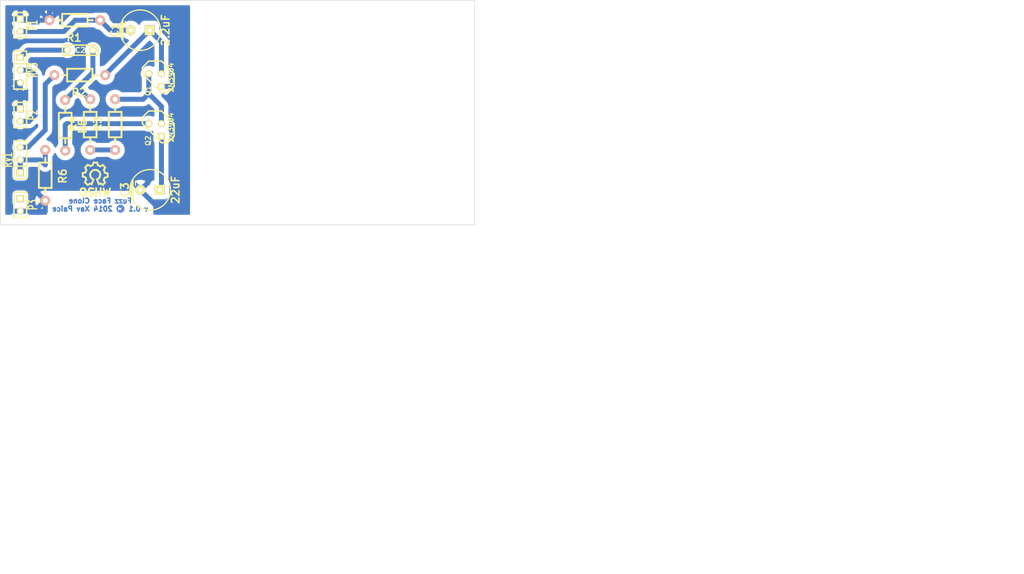
<source format=kicad_pcb>
(kicad_pcb (version 3) (host pcbnew "(2014-jan-25)-product")

  (general
    (links 25)
    (no_connects 2)
    (area 49.949999 48.24931 255.0025 165.0025)
    (thickness 1.6)
    (drawings 6)
    (tracks 67)
    (zones 0)
    (modules 17)
    (nets 12)
  )

  (page A4)
  (layers
    (15 F.Cu jumper)
    (0 B.Cu mixed)
    (16 B.Adhes user)
    (17 F.Adhes user)
    (18 B.Paste user)
    (19 F.Paste user)
    (20 B.SilkS user)
    (21 F.SilkS user)
    (22 B.Mask user)
    (23 F.Mask user)
    (24 Dwgs.User user)
    (25 Cmts.User user)
    (26 Eco1.User user)
    (27 Eco2.User user)
    (28 Edge.Cuts user)
  )

  (setup
    (last_trace_width 1)
    (trace_clearance 0.5)
    (zone_clearance 0.9)
    (zone_45_only no)
    (trace_min 0.8)
    (segment_width 0.2)
    (edge_width 0.1)
    (via_size 1.5)
    (via_drill 1)
    (via_min_size 1.2)
    (via_min_drill 1)
    (uvia_size 0.508)
    (uvia_drill 0.127)
    (uvias_allowed no)
    (uvia_min_size 0.508)
    (uvia_min_drill 0.127)
    (pcb_text_width 0.3)
    (pcb_text_size 1.5 1.5)
    (mod_edge_width 0.15)
    (mod_text_size 1 1)
    (mod_text_width 0.15)
    (pad_size 1.5 1.5)
    (pad_drill 0.6)
    (pad_to_mask_clearance 0)
    (aux_axis_origin 50 50)
    (grid_origin 50 50)
    (visible_elements FFFFF77F)
    (pcbplotparams
      (layerselection 3178497)
      (usegerberextensions true)
      (excludeedgelayer true)
      (linewidth 0.150000)
      (plotframeref false)
      (viasonmask false)
      (mode 1)
      (useauxorigin false)
      (hpglpennumber 1)
      (hpglpenspeed 20)
      (hpglpendiameter 15)
      (hpglpenoverlay 2)
      (psnegative false)
      (psa4output false)
      (plotreference true)
      (plotvalue true)
      (plotinvisibletext false)
      (padsonsilk false)
      (subtractmaskfromsilk false)
      (outputformat 1)
      (mirror false)
      (drillshape 1)
      (scaleselection 1)
      (outputdirectory ""))
  )

  (net 0 "")
  (net 1 "Net-(C1-Pad1)")
  (net 2 "Net-(C1-Pad2)")
  (net 3 "Net-(C2-Pad1)")
  (net 4 "Net-(C2-Pad2)")
  (net 5 "Net-(C3-Pad1)")
  (net 6 GND)
  (net 7 "Net-(P2-Pad2)")
  (net 8 "Net-(P3-Pad1)")
  (net 9 "Net-(R2-Pad2)")
  (net 10 "Net-(Q1-Pad3)")
  (net 11 "Net-(Q2-Pad3)")

  (net_class Default "This is the default net class."
    (clearance 0.5)
    (trace_width 1)
    (via_dia 1.5)
    (via_drill 1)
    (uvia_dia 0.508)
    (uvia_drill 0.127)
    (add_net GND)
    (add_net "Net-(C1-Pad1)")
    (add_net "Net-(C1-Pad2)")
    (add_net "Net-(C2-Pad1)")
    (add_net "Net-(C2-Pad2)")
    (add_net "Net-(C3-Pad1)")
    (add_net "Net-(P2-Pad2)")
    (add_net "Net-(P3-Pad1)")
    (add_net "Net-(Q1-Pad3)")
    (add_net "Net-(Q2-Pad3)")
    (add_net "Net-(R2-Pad2)")
  )

  (module Capacitors_ThroughHole:Capacitor8x13RM3.8 placed (layer F.Cu) (tedit 53A6666A) (tstamp 53A666D1)
    (at 78 56 90)
    (descr "Capacitor, pol, cyl 8x13mm")
    (path /53A54CEB)
    (fp_text reference C1 (at 0 -5.08 90) (layer F.SilkS)
      (effects (font (thickness 0.3048)))
    )
    (fp_text value 2.2uF (at 0 5.08 90) (layer F.SilkS)
      (effects (font (thickness 0.3048)))
    )
    (fp_line (start 2.032 -3.429) (end -2.032 -3.429) (layer F.SilkS) (width 0.254))
    (fp_line (start -2.032 -3.429) (end -1.651 -3.556) (layer F.SilkS) (width 0.254))
    (fp_line (start -1.651 -3.556) (end 1.651 -3.556) (layer F.SilkS) (width 0.254))
    (fp_line (start 1.651 -3.556) (end 2.032 -3.429) (layer F.SilkS) (width 0.254))
    (fp_circle (center 0 0) (end -4.064 0.127) (layer F.SilkS) (width 0.254))
    (fp_line (start 0.889 -2.921) (end 1.778 -2.921) (layer F.SilkS) (width 0.254))
    (fp_line (start 1.016 -3.937) (end -1.016 -3.937) (layer F.SilkS) (width 0.254))
    (fp_line (start -1.016 -3.81) (end 1.016 -3.81) (layer F.SilkS) (width 0.254))
    (fp_line (start -1.524 -3.683) (end 1.524 -3.683) (layer F.SilkS) (width 0.254))
    (pad 1 thru_hole rect (at 0 1.905 90) (size 1.99898 1.99898) (drill 0.8001) (layers *.Cu *.Mask F.SilkS)
      (net 1 "Net-(C1-Pad1)"))
    (pad 2 thru_hole circle (at 0 -1.905 90) (size 1.99898 1.99898) (drill 0.8001) (layers *.Cu *.Mask F.SilkS)
      (net 2 "Net-(C1-Pad2)"))
    (model discret/Capacitor/cp_8x13mm.wrl
      (at (xyz 0 0 0))
      (scale (xyz 1 1 1))
      (rotate (xyz 0 0 0))
    )
  )

  (module Discret:C2 placed (layer F.Cu) (tedit 53A66665) (tstamp 53A666DC)
    (at 66 60 180)
    (descr "Condensateur = 2 pas")
    (tags C)
    (path /53A54D08)
    (fp_text reference C2 (at 0 0 180) (layer F.SilkS)
      (effects (font (size 1.016 1.016) (thickness 0.2032)))
    )
    (fp_text value 0.1uF (at 0 0 180) (layer F.SilkS) hide
      (effects (font (size 1.016 1.016) (thickness 0.2032)))
    )
    (fp_line (start -3.556 -1.016) (end 3.556 -1.016) (layer F.SilkS) (width 0.3048))
    (fp_line (start 3.556 -1.016) (end 3.556 1.016) (layer F.SilkS) (width 0.3048))
    (fp_line (start 3.556 1.016) (end -3.556 1.016) (layer F.SilkS) (width 0.3048))
    (fp_line (start -3.556 1.016) (end -3.556 -1.016) (layer F.SilkS) (width 0.3048))
    (fp_line (start -3.556 -0.508) (end -3.048 -1.016) (layer F.SilkS) (width 0.3048))
    (pad 1 thru_hole circle (at -2.54 0 180) (size 1.397 1.397) (drill 0.8128) (layers *.Cu *.Mask F.SilkS)
      (net 3 "Net-(C2-Pad1)"))
    (pad 2 thru_hole circle (at 2.54 0 180) (size 1.397 1.397) (drill 0.8128) (layers *.Cu *.Mask F.SilkS)
      (net 4 "Net-(C2-Pad2)"))
    (model discret/capa_2pas_5x5mm.wrl
      (at (xyz 0 0 0))
      (scale (xyz 1 1 1))
      (rotate (xyz 0 0 0))
    )
  )

  (module Capacitors_ThroughHole:Capacitor8x21RM3.8 placed (layer F.Cu) (tedit 53A6666A) (tstamp 53A666EB)
    (at 80 88 90)
    (descr "Capacitor, pol, cyl 8x21mm")
    (path /53A55699)
    (fp_text reference C3 (at 0 -5.08 90) (layer F.SilkS)
      (effects (font (thickness 0.3048)))
    )
    (fp_text value 22uF (at 0 5.08 90) (layer F.SilkS)
      (effects (font (thickness 0.3048)))
    )
    (fp_line (start 2.032 -3.429) (end -2.032 -3.429) (layer F.SilkS) (width 0.254))
    (fp_line (start -2.032 -3.429) (end -1.651 -3.556) (layer F.SilkS) (width 0.254))
    (fp_line (start -1.651 -3.556) (end 1.651 -3.556) (layer F.SilkS) (width 0.254))
    (fp_line (start 1.651 -3.556) (end 2.032 -3.429) (layer F.SilkS) (width 0.254))
    (fp_circle (center 0 0) (end -4.064 0.127) (layer F.SilkS) (width 0.254))
    (fp_line (start 0.889 -2.921) (end 1.778 -2.921) (layer F.SilkS) (width 0.254))
    (fp_line (start 1.016 -3.937) (end -1.016 -3.937) (layer F.SilkS) (width 0.254))
    (fp_line (start -1.016 -3.81) (end 1.016 -3.81) (layer F.SilkS) (width 0.254))
    (fp_line (start -1.524 -3.683) (end 1.524 -3.683) (layer F.SilkS) (width 0.254))
    (pad 1 thru_hole rect (at 0 1.905 90) (size 1.99898 1.99898) (drill 0.8001) (layers *.Cu *.Mask F.SilkS)
      (net 5 "Net-(C3-Pad1)"))
    (pad 2 thru_hole circle (at 0 -1.905 90) (size 1.99898 1.99898) (drill 0.8001) (layers *.Cu *.Mask F.SilkS)
      (net 6 GND))
    (model discret/Capacitor/cp_8x21mm.wrl
      (at (xyz 0 0 0))
      (scale (xyz 1 1 1))
      (rotate (xyz 0 0 0))
    )
  )

  (module Connect:SIL-2 placed (layer F.Cu) (tedit 53A66667) (tstamp 53A666F5)
    (at 54 55 270)
    (descr "Connecteurs 2 pins")
    (tags "CONN DEV")
    (path /53A54FDC)
    (fp_text reference P1 (at 0 -2.54 270) (layer F.SilkS)
      (effects (font (size 1.72974 1.08712) (thickness 0.3048)))
    )
    (fp_text value CONN_2 (at 0 -2.54 270) (layer F.SilkS) hide
      (effects (font (size 1.524 1.016) (thickness 0.3048)))
    )
    (fp_line (start -2.54 1.27) (end -2.54 -1.27) (layer F.SilkS) (width 0.3048))
    (fp_line (start -2.54 -1.27) (end 2.54 -1.27) (layer F.SilkS) (width 0.3048))
    (fp_line (start 2.54 -1.27) (end 2.54 1.27) (layer F.SilkS) (width 0.3048))
    (fp_line (start 2.54 1.27) (end -2.54 1.27) (layer F.SilkS) (width 0.3048))
    (pad 1 thru_hole rect (at -1.27 0 270) (size 1.397 1.397) (drill 0.8128) (layers *.Cu *.Mask F.SilkS)
      (net 6 GND))
    (pad 2 thru_hole circle (at 1.27 0 270) (size 1.397 1.397) (drill 0.8128) (layers *.Cu *.Mask F.SilkS)
      (net 2 "Net-(C1-Pad2)"))
  )

  (module Connect:SIL-2 placed (layer F.Cu) (tedit 53A66667) (tstamp 53A666FF)
    (at 54 73 270)
    (descr "Connecteurs 2 pins")
    (tags "CONN DEV")
    (path /53A5502B)
    (fp_text reference P2 (at 0 -2.54 270) (layer F.SilkS)
      (effects (font (size 1.72974 1.08712) (thickness 0.3048)))
    )
    (fp_text value CONN_2 (at 0 -2.54 270) (layer F.SilkS) hide
      (effects (font (size 1.524 1.016) (thickness 0.3048)))
    )
    (fp_line (start -2.54 1.27) (end -2.54 -1.27) (layer F.SilkS) (width 0.3048))
    (fp_line (start -2.54 -1.27) (end 2.54 -1.27) (layer F.SilkS) (width 0.3048))
    (fp_line (start 2.54 -1.27) (end 2.54 1.27) (layer F.SilkS) (width 0.3048))
    (fp_line (start 2.54 1.27) (end -2.54 1.27) (layer F.SilkS) (width 0.3048))
    (pad 1 thru_hole rect (at -1.27 0 270) (size 1.397 1.397) (drill 0.8128) (layers *.Cu *.Mask F.SilkS)
      (net 6 GND))
    (pad 2 thru_hole circle (at 1.27 0 270) (size 1.397 1.397) (drill 0.8128) (layers *.Cu *.Mask F.SilkS)
      (net 7 "Net-(P2-Pad2)"))
  )

  (module Connect:SIL-2 placed (layer F.Cu) (tedit 53A66667) (tstamp 53A66709)
    (at 54 91 270)
    (descr "Connecteurs 2 pins")
    (tags "CONN DEV")
    (path /53A56F1B)
    (fp_text reference P3 (at 0 -2.54 270) (layer F.SilkS)
      (effects (font (size 1.72974 1.08712) (thickness 0.3048)))
    )
    (fp_text value CONN_2 (at 0 -2.54 270) (layer F.SilkS) hide
      (effects (font (size 1.524 1.016) (thickness 0.3048)))
    )
    (fp_line (start -2.54 1.27) (end -2.54 -1.27) (layer F.SilkS) (width 0.3048))
    (fp_line (start -2.54 -1.27) (end 2.54 -1.27) (layer F.SilkS) (width 0.3048))
    (fp_line (start 2.54 -1.27) (end 2.54 1.27) (layer F.SilkS) (width 0.3048))
    (fp_line (start 2.54 1.27) (end -2.54 1.27) (layer F.SilkS) (width 0.3048))
    (pad 1 thru_hole rect (at -1.27 0 270) (size 1.397 1.397) (drill 0.8128) (layers *.Cu *.Mask F.SilkS)
      (net 8 "Net-(P3-Pad1)"))
    (pad 2 thru_hole circle (at 1.27 0 270) (size 1.397 1.397) (drill 0.8128) (layers *.Cu *.Mask F.SilkS)
      (net 6 GND))
  )

  (module Resistors_ThroughHole:Resistor_Horizontal_RM10mm placed (layer F.Cu) (tedit 53A66661) (tstamp 53A66733)
    (at 65 54 180)
    (descr "Resistor, Axial,  RM 10mm, 1/3W,")
    (tags "Resistor, Axial, RM 10mm, 1/3W,")
    (path /53A54D49)
    (fp_text reference R1 (at 0.24892 -3.50012 180) (layer F.SilkS)
      (effects (font (thickness 0.3048)))
    )
    (fp_text value 1M (at 3.81 3.81 180) (layer F.SilkS) hide
      (effects (font (size 1.50114 1.50114) (thickness 0.20066)))
    )
    (fp_line (start -2.46126 0) (end -3.47726 0) (layer F.SilkS) (width 0.381))
    (fp_line (start 2.61874 0) (end 3.63474 0) (layer F.SilkS) (width 0.381))
    (fp_line (start -2.46126 -1.27) (end 2.61874 -1.27) (layer F.SilkS) (width 0.381))
    (fp_line (start 2.61874 -1.27) (end 2.61874 1.27) (layer F.SilkS) (width 0.381))
    (fp_line (start 2.61874 1.27) (end -2.46126 1.27) (layer F.SilkS) (width 0.381))
    (fp_line (start -2.46126 1.27) (end -2.46126 -1.27) (layer F.SilkS) (width 0.381))
    (pad 1 thru_hole circle (at -5.00126 0 180) (size 1.99898 1.99898) (drill 1.00076) (layers *.Cu *.SilkS *.Mask)
      (net 2 "Net-(C1-Pad2)"))
    (pad 2 thru_hole circle (at 5.15874 0 180) (size 1.99898 1.99898) (drill 1.00076) (layers *.Cu *.SilkS *.Mask)
      (net 6 GND))
  )

  (module Resistors_ThroughHole:Resistor_Horizontal_RM10mm placed (layer F.Cu) (tedit 53A66661) (tstamp 53A6673F)
    (at 66 65 180)
    (descr "Resistor, Axial,  RM 10mm, 1/3W,")
    (tags "Resistor, Axial, RM 10mm, 1/3W,")
    (path /53A54E1B)
    (fp_text reference R2 (at 0.24892 -3.50012 180) (layer F.SilkS)
      (effects (font (thickness 0.3048)))
    )
    (fp_text value 10K (at 3.81 3.81 180) (layer F.SilkS) hide
      (effects (font (size 1.50114 1.50114) (thickness 0.20066)))
    )
    (fp_line (start -2.46126 0) (end -3.47726 0) (layer F.SilkS) (width 0.381))
    (fp_line (start 2.61874 0) (end 3.63474 0) (layer F.SilkS) (width 0.381))
    (fp_line (start -2.46126 -1.27) (end 2.61874 -1.27) (layer F.SilkS) (width 0.381))
    (fp_line (start 2.61874 -1.27) (end 2.61874 1.27) (layer F.SilkS) (width 0.381))
    (fp_line (start 2.61874 1.27) (end -2.46126 1.27) (layer F.SilkS) (width 0.381))
    (fp_line (start -2.46126 1.27) (end -2.46126 -1.27) (layer F.SilkS) (width 0.381))
    (pad 1 thru_hole circle (at -5.00126 0 180) (size 1.99898 1.99898) (drill 1.00076) (layers *.Cu *.SilkS *.Mask)
      (net 1 "Net-(C1-Pad1)"))
    (pad 2 thru_hole circle (at 5.15874 0 180) (size 1.99898 1.99898) (drill 1.00076) (layers *.Cu *.SilkS *.Mask)
      (net 9 "Net-(R2-Pad2)"))
  )

  (module Resistors_ThroughHole:Resistor_Horizontal_RM10mm placed (layer F.Cu) (tedit 53A66661) (tstamp 53A6674B)
    (at 73 75 90)
    (descr "Resistor, Axial,  RM 10mm, 1/3W,")
    (tags "Resistor, Axial, RM 10mm, 1/3W,")
    (path /53A54C84)
    (fp_text reference R3 (at 0.24892 -3.50012 90) (layer F.SilkS)
      (effects (font (thickness 0.3048)))
    )
    (fp_text value 8K2 (at 3.81 3.81 90) (layer F.SilkS) hide
      (effects (font (size 1.50114 1.50114) (thickness 0.20066)))
    )
    (fp_line (start -2.46126 0) (end -3.47726 0) (layer F.SilkS) (width 0.381))
    (fp_line (start 2.61874 0) (end 3.63474 0) (layer F.SilkS) (width 0.381))
    (fp_line (start -2.46126 -1.27) (end 2.61874 -1.27) (layer F.SilkS) (width 0.381))
    (fp_line (start 2.61874 -1.27) (end 2.61874 1.27) (layer F.SilkS) (width 0.381))
    (fp_line (start 2.61874 1.27) (end -2.46126 1.27) (layer F.SilkS) (width 0.381))
    (fp_line (start -2.46126 1.27) (end -2.46126 -1.27) (layer F.SilkS) (width 0.381))
    (pad 1 thru_hole circle (at -5.00126 0 90) (size 1.99898 1.99898) (drill 1.00076) (layers *.Cu *.SilkS *.Mask)
      (net 8 "Net-(P3-Pad1)"))
    (pad 2 thru_hole circle (at 5.15874 0 90) (size 1.99898 1.99898) (drill 1.00076) (layers *.Cu *.SilkS *.Mask)
      (net 10 "Net-(Q1-Pad3)"))
  )

  (module Resistors_ThroughHole:Resistor_Horizontal_RM10mm placed (layer F.Cu) (tedit 53A66661) (tstamp 53A66757)
    (at 68 75 90)
    (descr "Resistor, Axial,  RM 10mm, 1/3W,")
    (tags "Resistor, Axial, RM 10mm, 1/3W,")
    (path /53A54D17)
    (fp_text reference R4 (at 0.24892 -3.50012 90) (layer F.SilkS)
      (effects (font (thickness 0.3048)))
    )
    (fp_text value 820 (at 3.81 3.81 90) (layer F.SilkS) hide
      (effects (font (size 1.50114 1.50114) (thickness 0.20066)))
    )
    (fp_line (start -2.46126 0) (end -3.47726 0) (layer F.SilkS) (width 0.381))
    (fp_line (start 2.61874 0) (end 3.63474 0) (layer F.SilkS) (width 0.381))
    (fp_line (start -2.46126 -1.27) (end 2.61874 -1.27) (layer F.SilkS) (width 0.381))
    (fp_line (start 2.61874 -1.27) (end 2.61874 1.27) (layer F.SilkS) (width 0.381))
    (fp_line (start 2.61874 1.27) (end -2.46126 1.27) (layer F.SilkS) (width 0.381))
    (fp_line (start -2.46126 1.27) (end -2.46126 -1.27) (layer F.SilkS) (width 0.381))
    (pad 1 thru_hole circle (at -5.00126 0 90) (size 1.99898 1.99898) (drill 1.00076) (layers *.Cu *.SilkS *.Mask)
      (net 8 "Net-(P3-Pad1)"))
    (pad 2 thru_hole circle (at 5.15874 0 90) (size 1.99898 1.99898) (drill 1.00076) (layers *.Cu *.SilkS *.Mask)
      (net 3 "Net-(C2-Pad1)"))
  )

  (module Resistors_ThroughHole:Resistor_Horizontal_RM10mm placed (layer F.Cu) (tedit 53A66661) (tstamp 53A66763)
    (at 63 75 270)
    (descr "Resistor, Axial,  RM 10mm, 1/3W,")
    (tags "Resistor, Axial, RM 10mm, 1/3W,")
    (path /53A54C93)
    (fp_text reference R5 (at 0.24892 -3.50012 270) (layer F.SilkS)
      (effects (font (thickness 0.3048)))
    )
    (fp_text value 15K (at 3.81 3.81 270) (layer F.SilkS) hide
      (effects (font (size 1.50114 1.50114) (thickness 0.20066)))
    )
    (fp_line (start -2.46126 0) (end -3.47726 0) (layer F.SilkS) (width 0.381))
    (fp_line (start 2.61874 0) (end 3.63474 0) (layer F.SilkS) (width 0.381))
    (fp_line (start -2.46126 -1.27) (end 2.61874 -1.27) (layer F.SilkS) (width 0.381))
    (fp_line (start 2.61874 -1.27) (end 2.61874 1.27) (layer F.SilkS) (width 0.381))
    (fp_line (start 2.61874 1.27) (end -2.46126 1.27) (layer F.SilkS) (width 0.381))
    (fp_line (start -2.46126 1.27) (end -2.46126 -1.27) (layer F.SilkS) (width 0.381))
    (pad 1 thru_hole circle (at -5.00126 0 270) (size 1.99898 1.99898) (drill 1.00076) (layers *.Cu *.SilkS *.Mask)
      (net 3 "Net-(C2-Pad1)"))
    (pad 2 thru_hole circle (at 5.15874 0 270) (size 1.99898 1.99898) (drill 1.00076) (layers *.Cu *.SilkS *.Mask)
      (net 11 "Net-(Q2-Pad3)"))
  )

  (module Resistors_ThroughHole:Resistor_Horizontal_RM10mm placed (layer F.Cu) (tedit 53A66661) (tstamp 53A6676F)
    (at 59 85 270)
    (descr "Resistor, Axial,  RM 10mm, 1/3W,")
    (tags "Resistor, Axial, RM 10mm, 1/3W,")
    (path /53A55B77)
    (fp_text reference R6 (at 0.24892 -3.50012 270) (layer F.SilkS)
      (effects (font (thickness 0.3048)))
    )
    (fp_text value 5K (at 3.81 3.81 270) (layer F.SilkS) hide
      (effects (font (size 1.50114 1.50114) (thickness 0.20066)))
    )
    (fp_line (start -2.46126 0) (end -3.47726 0) (layer F.SilkS) (width 0.381))
    (fp_line (start 2.61874 0) (end 3.63474 0) (layer F.SilkS) (width 0.381))
    (fp_line (start -2.46126 -1.27) (end 2.61874 -1.27) (layer F.SilkS) (width 0.381))
    (fp_line (start 2.61874 -1.27) (end 2.61874 1.27) (layer F.SilkS) (width 0.381))
    (fp_line (start 2.61874 1.27) (end -2.46126 1.27) (layer F.SilkS) (width 0.381))
    (fp_line (start -2.46126 1.27) (end -2.46126 -1.27) (layer F.SilkS) (width 0.381))
    (pad 1 thru_hole circle (at -5.00126 0 270) (size 1.99898 1.99898) (drill 1.00076) (layers *.Cu *.SilkS *.Mask)
      (net 5 "Net-(C3-Pad1)"))
    (pad 2 thru_hole circle (at 5.15874 0 270) (size 1.99898 1.99898) (drill 1.00076) (layers *.Cu *.SilkS *.Mask)
      (net 6 GND))
  )

  (module Connect:SIL-3 placed (layer F.Cu) (tedit 53A66667) (tstamp 53A6677B)
    (at 54 82 90)
    (descr "Connecteur 3 pins")
    (tags "CONN DEV")
    (path /53A54CD1)
    (fp_text reference RV1 (at 0 -2.54 90) (layer F.SilkS)
      (effects (font (size 1.7907 1.07696) (thickness 0.3048)))
    )
    (fp_text value B100K (at 0 -2.54 90) (layer F.SilkS) hide
      (effects (font (size 1.524 1.016) (thickness 0.3048)))
    )
    (fp_line (start -3.81 1.27) (end -3.81 -1.27) (layer F.SilkS) (width 0.3048))
    (fp_line (start -3.81 -1.27) (end 3.81 -1.27) (layer F.SilkS) (width 0.3048))
    (fp_line (start 3.81 -1.27) (end 3.81 1.27) (layer F.SilkS) (width 0.3048))
    (fp_line (start 3.81 1.27) (end -3.81 1.27) (layer F.SilkS) (width 0.3048))
    (fp_line (start -1.27 -1.27) (end -1.27 1.27) (layer F.SilkS) (width 0.3048))
    (pad 1 thru_hole rect (at -2.54 0 90) (size 1.397 1.397) (drill 0.8128) (layers *.Cu *.Mask F.SilkS)
      (net 5 "Net-(C3-Pad1)"))
    (pad 2 thru_hole circle (at 0 0 90) (size 1.397 1.397) (drill 0.8128) (layers *.Cu *.Mask F.SilkS)
      (net 5 "Net-(C3-Pad1)"))
    (pad 3 thru_hole circle (at 2.54 0 90) (size 1.397 1.397) (drill 0.8128) (layers *.Cu *.Mask F.SilkS)
      (net 9 "Net-(R2-Pad2)"))
  )

  (module Connect:SIL-3 placed (layer F.Cu) (tedit 53A66667) (tstamp 53A66787)
    (at 54 64 270)
    (descr "Connecteur 3 pins")
    (tags "CONN DEV")
    (path /53A54D2B)
    (fp_text reference RV3 (at 0 -2.54 270) (layer F.SilkS)
      (effects (font (size 1.7907 1.07696) (thickness 0.3048)))
    )
    (fp_text value A1M (at 0 -2.54 270) (layer F.SilkS) hide
      (effects (font (size 1.524 1.016) (thickness 0.3048)))
    )
    (fp_line (start -3.81 1.27) (end -3.81 -1.27) (layer F.SilkS) (width 0.3048))
    (fp_line (start -3.81 -1.27) (end 3.81 -1.27) (layer F.SilkS) (width 0.3048))
    (fp_line (start 3.81 -1.27) (end 3.81 1.27) (layer F.SilkS) (width 0.3048))
    (fp_line (start 3.81 1.27) (end -3.81 1.27) (layer F.SilkS) (width 0.3048))
    (fp_line (start -1.27 -1.27) (end -1.27 1.27) (layer F.SilkS) (width 0.3048))
    (pad 1 thru_hole rect (at -2.54 0 270) (size 1.397 1.397) (drill 0.8128) (layers *.Cu *.Mask F.SilkS)
      (net 4 "Net-(C2-Pad2)"))
    (pad 2 thru_hole circle (at 0 0 270) (size 1.397 1.397) (drill 0.8128) (layers *.Cu *.Mask F.SilkS)
      (net 7 "Net-(P2-Pad2)"))
    (pad 3 thru_hole circle (at 2.54 0 270) (size 1.397 1.397) (drill 0.8128) (layers *.Cu *.Mask F.SilkS)
      (net 6 GND))
  )

  (module Xav:TO92-EBC placed (layer F.Cu) (tedit 53A67E33) (tstamp 53A6813F)
    (at 81 66 270)
    (descr "Transistor TO92 brochage type BC237")
    (tags "TR TO92")
    (path /53A54C4E)
    (fp_text reference Q1 (at 2.159 1.397 270) (layer F.SilkS)
      (effects (font (size 1.016 1.016) (thickness 0.2032)))
    )
    (fp_text value 2N3904 (at -0.508 -3.175 270) (layer F.SilkS)
      (effects (font (size 1.016 1.016) (thickness 0.2032)))
    )
    (fp_line (start -1.27 2.54) (end 2.54 -1.27) (layer F.SilkS) (width 0.3048))
    (fp_line (start 2.54 -1.27) (end 2.54 -2.54) (layer F.SilkS) (width 0.3048))
    (fp_line (start 2.54 -2.54) (end 1.27 -3.81) (layer F.SilkS) (width 0.3048))
    (fp_line (start 1.27 -3.81) (end -1.27 -3.81) (layer F.SilkS) (width 0.3048))
    (fp_line (start -1.27 -3.81) (end -3.81 -1.27) (layer F.SilkS) (width 0.3048))
    (fp_line (start -3.81 -1.27) (end -3.81 1.27) (layer F.SilkS) (width 0.3048))
    (fp_line (start -3.81 1.27) (end -2.54 2.54) (layer F.SilkS) (width 0.3048))
    (fp_line (start -2.54 2.54) (end -1.27 2.54) (layer F.SilkS) (width 0.3048))
    (pad 1 thru_hole rect (at 1.27 -1.27 270) (size 1.397 1.397) (drill 0.8128) (layers *.Cu *.Mask F.SilkS)
      (net 6 GND))
    (pad 2 thru_hole circle (at -1.27 -1.27 270) (size 1.397 1.397) (drill 0.8128) (layers *.Cu *.Mask F.SilkS)
      (net 1 "Net-(C1-Pad1)"))
    (pad 3 thru_hole circle (at -1.27 1.27 270) (size 1.397 1.397) (drill 0.8128) (layers *.Cu *.Mask F.SilkS)
      (net 10 "Net-(Q1-Pad3)"))
    (model discret/to98.wrl
      (at (xyz 0 0 0))
      (scale (xyz 1 1 1))
      (rotate (xyz 0 0 0))
    )
  )

  (module Xav:TO92-EBC placed (layer F.Cu) (tedit 53A67E33) (tstamp 53A6A577)
    (at 81 76 270)
    (descr "Transistor TO92 brochage type BC237")
    (tags "TR TO92")
    (path /53A54C5D)
    (fp_text reference Q2 (at 2.159 1.397 270) (layer F.SilkS)
      (effects (font (size 1.016 1.016) (thickness 0.2032)))
    )
    (fp_text value 2N3904 (at -0.508 -3.175 270) (layer F.SilkS)
      (effects (font (size 1.016 1.016) (thickness 0.2032)))
    )
    (fp_line (start -1.27 2.54) (end 2.54 -1.27) (layer F.SilkS) (width 0.3048))
    (fp_line (start 2.54 -1.27) (end 2.54 -2.54) (layer F.SilkS) (width 0.3048))
    (fp_line (start 2.54 -2.54) (end 1.27 -3.81) (layer F.SilkS) (width 0.3048))
    (fp_line (start 1.27 -3.81) (end -1.27 -3.81) (layer F.SilkS) (width 0.3048))
    (fp_line (start -1.27 -3.81) (end -3.81 -1.27) (layer F.SilkS) (width 0.3048))
    (fp_line (start -3.81 -1.27) (end -3.81 1.27) (layer F.SilkS) (width 0.3048))
    (fp_line (start -3.81 1.27) (end -2.54 2.54) (layer F.SilkS) (width 0.3048))
    (fp_line (start -2.54 2.54) (end -1.27 2.54) (layer F.SilkS) (width 0.3048))
    (pad 1 thru_hole rect (at 1.27 -1.27 270) (size 1.397 1.397) (drill 0.8128) (layers *.Cu *.Mask F.SilkS)
      (net 5 "Net-(C3-Pad1)"))
    (pad 2 thru_hole circle (at -1.27 -1.27 270) (size 1.397 1.397) (drill 0.8128) (layers *.Cu *.Mask F.SilkS)
      (net 10 "Net-(Q1-Pad3)"))
    (pad 3 thru_hole circle (at -1.27 1.27 270) (size 1.397 1.397) (drill 0.8128) (layers *.Cu *.Mask F.SilkS)
      (net 11 "Net-(Q2-Pad3)"))
    (model discret/to98.wrl
      (at (xyz 0 0 0))
      (scale (xyz 1 1 1))
      (rotate (xyz 0 0 0))
    )
  )

  (module Symbols:Symbol_OSHW-Logo_SilkScreen (layer F.Cu) (tedit 53A6B15A) (tstamp 53A6B1FE)
    (at 69 85)
    (descr "Symbol, OSHW-Logo, Silk Screen,")
    (tags "Symbol, OSHW-Logo, Silk Screen,")
    (fp_text reference SYM (at 0.09906 -4.38912) (layer F.SilkS) hide
      (effects (font (thickness 0.3048)))
    )
    (fp_text value Symbol_OSHW-Logo_SilkScreen_07Jul2012 (at 0.30988 6.56082) (layer F.SilkS) hide
      (effects (font (thickness 0.3048)))
    )
    (fp_line (start 1.66878 2.68986) (end 2.02946 4.16052) (layer F.SilkS) (width 0.381))
    (fp_line (start 2.02946 4.16052) (end 2.30886 3.0988) (layer F.SilkS) (width 0.381))
    (fp_line (start 2.30886 3.0988) (end 2.61874 4.17068) (layer F.SilkS) (width 0.381))
    (fp_line (start 2.61874 4.17068) (end 2.9591 2.72034) (layer F.SilkS) (width 0.381))
    (fp_line (start 0.24892 3.38074) (end 1.03886 3.37058) (layer F.SilkS) (width 0.381))
    (fp_line (start 1.03886 3.37058) (end 1.04902 3.38074) (layer F.SilkS) (width 0.381))
    (fp_line (start 1.04902 3.38074) (end 1.04902 3.37058) (layer F.SilkS) (width 0.381))
    (fp_line (start 1.08966 2.65938) (end 1.08966 4.20116) (layer F.SilkS) (width 0.381))
    (fp_line (start 0.20066 2.64922) (end 0.20066 4.21894) (layer F.SilkS) (width 0.381))
    (fp_line (start 0.20066 4.21894) (end 0.21082 4.20878) (layer F.SilkS) (width 0.381))
    (fp_line (start -0.35052 2.75082) (end -0.70104 2.66954) (layer F.SilkS) (width 0.381))
    (fp_line (start -0.70104 2.66954) (end -1.02108 2.65938) (layer F.SilkS) (width 0.381))
    (fp_line (start -1.02108 2.65938) (end -1.25984 2.86004) (layer F.SilkS) (width 0.381))
    (fp_line (start -1.25984 2.86004) (end -1.29032 3.12928) (layer F.SilkS) (width 0.381))
    (fp_line (start -1.29032 3.12928) (end -1.04902 3.37058) (layer F.SilkS) (width 0.381))
    (fp_line (start -1.04902 3.37058) (end -0.6604 3.50012) (layer F.SilkS) (width 0.381))
    (fp_line (start -0.6604 3.50012) (end -0.48006 3.66014) (layer F.SilkS) (width 0.381))
    (fp_line (start -0.48006 3.66014) (end -0.43942 3.95986) (layer F.SilkS) (width 0.381))
    (fp_line (start -0.43942 3.95986) (end -0.67056 4.18084) (layer F.SilkS) (width 0.381))
    (fp_line (start -0.67056 4.18084) (end -0.9906 4.20878) (layer F.SilkS) (width 0.381))
    (fp_line (start -0.9906 4.20878) (end -1.34112 4.09956) (layer F.SilkS) (width 0.381))
    (fp_line (start -2.37998 2.64922) (end -2.6289 2.66954) (layer F.SilkS) (width 0.381))
    (fp_line (start -2.6289 2.66954) (end -2.8702 2.91084) (layer F.SilkS) (width 0.381))
    (fp_line (start -2.8702 2.91084) (end -2.9591 3.40106) (layer F.SilkS) (width 0.381))
    (fp_line (start -2.9591 3.40106) (end -2.93116 3.74904) (layer F.SilkS) (width 0.381))
    (fp_line (start -2.93116 3.74904) (end -2.7305 4.06908) (layer F.SilkS) (width 0.381))
    (fp_line (start -2.7305 4.06908) (end -2.47904 4.191) (layer F.SilkS) (width 0.381))
    (fp_line (start -2.47904 4.191) (end -2.16916 4.11988) (layer F.SilkS) (width 0.381))
    (fp_line (start -2.16916 4.11988) (end -1.95072 3.93954) (layer F.SilkS) (width 0.381))
    (fp_line (start -1.95072 3.93954) (end -1.8796 3.4798) (layer F.SilkS) (width 0.381))
    (fp_line (start -1.8796 3.4798) (end -1.9304 3.07086) (layer F.SilkS) (width 0.381))
    (fp_line (start -1.9304 3.07086) (end -2.03962 2.78892) (layer F.SilkS) (width 0.381))
    (fp_line (start -2.03962 2.78892) (end -2.4003 2.65938) (layer F.SilkS) (width 0.381))
    (fp_line (start -1.78054 0.92964) (end -2.03962 1.49098) (layer F.SilkS) (width 0.381))
    (fp_line (start -2.03962 1.49098) (end -1.50114 2.00914) (layer F.SilkS) (width 0.381))
    (fp_line (start -1.50114 2.00914) (end -0.98044 1.7399) (layer F.SilkS) (width 0.381))
    (fp_line (start -0.98044 1.7399) (end -0.70104 1.89992) (layer F.SilkS) (width 0.381))
    (fp_line (start 0.73914 1.8796) (end 1.06934 1.6891) (layer F.SilkS) (width 0.381))
    (fp_line (start 1.06934 1.6891) (end 1.50876 2.0193) (layer F.SilkS) (width 0.381))
    (fp_line (start 1.50876 2.0193) (end 1.9812 1.52908) (layer F.SilkS) (width 0.381))
    (fp_line (start 1.9812 1.52908) (end 1.69926 1.04902) (layer F.SilkS) (width 0.381))
    (fp_line (start 1.69926 1.04902) (end 1.88976 0.57912) (layer F.SilkS) (width 0.381))
    (fp_line (start 1.88976 0.57912) (end 2.49936 0.39116) (layer F.SilkS) (width 0.381))
    (fp_line (start 2.49936 0.39116) (end 2.49936 -0.28956) (layer F.SilkS) (width 0.381))
    (fp_line (start 2.49936 -0.28956) (end 1.94056 -0.42926) (layer F.SilkS) (width 0.381))
    (fp_line (start 1.94056 -0.42926) (end 1.7399 -1.00076) (layer F.SilkS) (width 0.381))
    (fp_line (start 1.7399 -1.00076) (end 2.00914 -1.47066) (layer F.SilkS) (width 0.381))
    (fp_line (start 2.00914 -1.47066) (end 1.53924 -1.9812) (layer F.SilkS) (width 0.381))
    (fp_line (start 1.53924 -1.9812) (end 1.02108 -1.71958) (layer F.SilkS) (width 0.381))
    (fp_line (start 1.02108 -1.71958) (end 0.55118 -1.92024) (layer F.SilkS) (width 0.381))
    (fp_line (start 0.55118 -1.92024) (end 0.381 -2.46126) (layer F.SilkS) (width 0.381))
    (fp_line (start 0.381 -2.46126) (end -0.30988 -2.47904) (layer F.SilkS) (width 0.381))
    (fp_line (start -0.30988 -2.47904) (end -0.5207 -1.9304) (layer F.SilkS) (width 0.381))
    (fp_line (start -0.5207 -1.9304) (end -0.9398 -1.76022) (layer F.SilkS) (width 0.381))
    (fp_line (start -0.9398 -1.76022) (end -1.49098 -2.02946) (layer F.SilkS) (width 0.381))
    (fp_line (start -1.49098 -2.02946) (end -2.00914 -1.50114) (layer F.SilkS) (width 0.381))
    (fp_line (start -2.00914 -1.50114) (end -1.76022 -0.96012) (layer F.SilkS) (width 0.381))
    (fp_line (start -1.76022 -0.96012) (end -1.9304 -0.48006) (layer F.SilkS) (width 0.381))
    (fp_line (start -1.9304 -0.48006) (end -2.47904 -0.381) (layer F.SilkS) (width 0.381))
    (fp_line (start -2.47904 -0.381) (end -2.4892 0.32004) (layer F.SilkS) (width 0.381))
    (fp_line (start -2.4892 0.32004) (end -1.9304 0.5207) (layer F.SilkS) (width 0.381))
    (fp_line (start -1.9304 0.5207) (end -1.7907 0.91948) (layer F.SilkS) (width 0.381))
    (fp_line (start 0.35052 0.89916) (end 0.65024 0.7493) (layer F.SilkS) (width 0.381))
    (fp_line (start 0.65024 0.7493) (end 0.8509 0.55118) (layer F.SilkS) (width 0.381))
    (fp_line (start 0.8509 0.55118) (end 1.00076 0.14986) (layer F.SilkS) (width 0.381))
    (fp_line (start 1.00076 0.14986) (end 1.00076 -0.24892) (layer F.SilkS) (width 0.381))
    (fp_line (start 1.00076 -0.24892) (end 0.8509 -0.59944) (layer F.SilkS) (width 0.381))
    (fp_line (start 0.8509 -0.59944) (end 0.39878 -0.94996) (layer F.SilkS) (width 0.381))
    (fp_line (start 0.39878 -0.94996) (end -0.0508 -1.00076) (layer F.SilkS) (width 0.381))
    (fp_line (start -0.0508 -1.00076) (end -0.44958 -0.89916) (layer F.SilkS) (width 0.381))
    (fp_line (start -0.44958 -0.89916) (end -0.8509 -0.55118) (layer F.SilkS) (width 0.381))
    (fp_line (start -0.8509 -0.55118) (end -1.00076 -0.09906) (layer F.SilkS) (width 0.381))
    (fp_line (start -1.00076 -0.09906) (end -0.94996 0.39878) (layer F.SilkS) (width 0.381))
    (fp_line (start -0.94996 0.39878) (end -0.70104 0.70104) (layer F.SilkS) (width 0.381))
    (fp_line (start -0.70104 0.70104) (end -0.35052 0.89916) (layer F.SilkS) (width 0.381))
    (fp_line (start -0.35052 0.89916) (end -0.70104 1.89992) (layer F.SilkS) (width 0.381))
    (fp_line (start 0.35052 0.89916) (end 0.7493 1.89992) (layer F.SilkS) (width 0.381))
  )

  (gr_text "Fuzz Face Clone\nv 0.1 © 2014 Xav Paice" (at 70 91) (layer B.Cu)
    (effects (font (size 1 1) (thickness 0.25)) (justify mirror))
  )
  (gr_line (start 50 95) (end 50 50) (angle 90) (layer Edge.Cuts) (width 0.1))
  (gr_line (start 145 95) (end 50 95) (angle 90) (layer Edge.Cuts) (width 0.1))
  (gr_line (start 145 50) (end 145 95) (angle 90) (layer Edge.Cuts) (width 0.1))
  (gr_line (start 50 50) (end 145 50) (angle 90) (layer Edge.Cuts) (width 0.1))
  (target plus (at 255 165) (size 0.005) (width 0.1) (layer Edge.Cuts))

  (segment (start 71.00126 65) (end 71.00126 64.90374) (width 1) (layer B.Cu) (net 1) (status 30))
  (segment (start 71.00126 64.90374) (end 79.905 56) (width 1) (layer B.Cu) (net 1) (tstamp 53A6AC28) (status 30))
  (segment (start 82.27 64.73) (end 82.27 58.365) (width 1) (layer B.Cu) (net 1) (status 10))
  (segment (start 82.27 58.365) (end 79.905 56) (width 1) (layer B.Cu) (net 1) (tstamp 53A6AC25) (status 20))
  (segment (start 70.00126 54) (end 65 54) (width 1) (layer B.Cu) (net 2) (status 10))
  (segment (start 62.73 56.27) (end 54 56.27) (width 1) (layer B.Cu) (net 2) (tstamp 53A6AC2F) (status 20))
  (segment (start 65 54) (end 62.73 56.27) (width 1) (layer B.Cu) (net 2) (tstamp 53A6AC2E))
  (segment (start 76.095 56) (end 72.00126 56) (width 1) (layer B.Cu) (net 2) (status 10))
  (segment (start 72.00126 56) (end 70.00126 54) (width 1) (layer B.Cu) (net 2) (tstamp 53A6AC2B) (status 20))
  (segment (start 68 69.84126) (end 67.84126 69.84126) (width 1) (layer B.Cu) (net 3) (status 30))
  (segment (start 67.84126 69.84126) (end 65.49937 67.49937) (width 1) (layer B.Cu) (net 3) (tstamp 53A6AC39) (status 10))
  (segment (start 68.54 60) (end 68.54 64.45874) (width 1) (layer B.Cu) (net 3) (status 10))
  (segment (start 68.54 64.45874) (end 65.49937 67.49937) (width 1) (layer B.Cu) (net 3) (tstamp 53A6AC35))
  (segment (start 65.49937 67.49937) (end 63 69.99874) (width 1) (layer B.Cu) (net 3) (tstamp 53A6AC3C) (status 20))
  (segment (start 63.46 60) (end 55.46 60) (width 1) (layer B.Cu) (net 4) (status 10))
  (segment (start 55.46 60) (end 54 61.46) (width 1) (layer B.Cu) (net 4) (tstamp 53A6AC32) (status 20))
  (segment (start 59 79.99874) (end 59 83) (width 1) (layer B.Cu) (net 5) (status 10))
  (segment (start 58 82) (end 54 82) (width 1) (layer B.Cu) (net 5) (tstamp 53A6AC7C) (status 20))
  (segment (start 59 83) (end 58 82) (width 1) (layer B.Cu) (net 5) (tstamp 53A6AC7B))
  (segment (start 82.27 77.27) (end 82.27 87.635) (width 1) (layer B.Cu) (net 5) (status 30))
  (segment (start 82.27 87.635) (end 81.905 88) (width 1) (layer B.Cu) (net 5) (tstamp 53A6AC1E) (status 30))
  (segment (start 54 82) (end 54 84.54) (width 1) (layer B.Cu) (net 5) (status 30))
  (segment (start 81 91) (end 86 91) (width 1) (layer B.Cu) (net 6))
  (segment (start 78.095 88.095) (end 81 91) (width 1) (layer B.Cu) (net 6) (tstamp 53A6B370))
  (segment (start 87 90) (end 87 67.54) (width 1) (layer B.Cu) (net 6) (tstamp 53A6B382))
  (segment (start 86 91) (end 87 90) (width 1) (layer B.Cu) (net 6) (tstamp 53A6B37F))
  (segment (start 78.095 88) (end 78.095 88.095) (width 1) (layer B.Cu) (net 6))
  (segment (start 54 92.27) (end 52.67 92.27) (width 1) (layer B.Cu) (net 6))
  (segment (start 52.37 71.73) (end 54 71.73) (width 1) (layer B.Cu) (net 6) (tstamp 53A6AF27))
  (segment (start 51.9 72.2) (end 52.37 71.73) (width 1) (layer B.Cu) (net 6) (tstamp 53A6AF24))
  (segment (start 51.9 91.5) (end 51.9 72.2) (width 1) (layer B.Cu) (net 6) (tstamp 53A6AF1E))
  (segment (start 52.67 92.27) (end 51.9 91.5) (width 1) (layer B.Cu) (net 6) (tstamp 53A6AF1C))
  (segment (start 54 71.73) (end 54 66.54) (width 1) (layer B.Cu) (net 6))
  (segment (start 54 53.73) (end 52.37 53.73) (width 1) (layer B.Cu) (net 6))
  (segment (start 52.34 66.54) (end 54 66.54) (width 1) (layer B.Cu) (net 6) (tstamp 53A6AF12))
  (segment (start 51.7 65.9) (end 52.34 66.54) (width 1) (layer B.Cu) (net 6) (tstamp 53A6AF0E))
  (segment (start 51.7 54.4) (end 51.7 65.9) (width 1) (layer B.Cu) (net 6) (tstamp 53A6AF05))
  (segment (start 52.37 53.73) (end 51.7 54.4) (width 1) (layer B.Cu) (net 6) (tstamp 53A6AF03))
  (segment (start 59 90.15874) (end 59 92.27) (width 1) (layer B.Cu) (net 6) (status 10))
  (segment (start 59.84126 54) (end 59.84126 52.15874) (width 1) (layer B.Cu) (net 6) (status 10))
  (segment (start 87 65) (end 87 67.54) (width 1) (layer B.Cu) (net 6) (tstamp 53A6AD6D))
  (segment (start 87 52) (end 87 65) (width 1) (layer B.Cu) (net 6) (tstamp 53A6AC0F))
  (segment (start 60 52) (end 87 52) (width 1) (layer B.Cu) (net 6) (tstamp 53A6AC0E))
  (segment (start 59.84126 52.15874) (end 60 52) (width 1) (layer B.Cu) (net 6) (tstamp 53A6AC0D))
  (segment (start 86.73 67.27) (end 87 67.54) (width 1) (layer B.Cu) (net 6) (tstamp 53A6AC02))
  (segment (start 82.27 67.27) (end 86.73 67.27) (width 1) (layer B.Cu) (net 6) (status 10))
  (segment (start 59.84126 54) (end 54.27 54) (width 1) (layer B.Cu) (net 6) (status 30))
  (segment (start 54.27 54) (end 54 53.73) (width 1) (layer B.Cu) (net 6) (tstamp 53A6AC0A) (status 30))
  (segment (start 54 92.27) (end 59 92.27) (width 1) (layer B.Cu) (net 6) (status 10))
  (segment (start 54 74.27) (end 55.73 74.27) (width 1) (layer B.Cu) (net 7) (status 10))
  (segment (start 56 64) (end 54 64) (width 1) (layer B.Cu) (net 7) (tstamp 53A6AC5D) (status 20))
  (segment (start 57 65) (end 56 64) (width 1) (layer B.Cu) (net 7) (tstamp 53A6AC5C))
  (segment (start 57 73) (end 57 65) (width 1) (layer B.Cu) (net 7) (tstamp 53A6AC5B))
  (segment (start 55.73 74.27) (end 57 73) (width 1) (layer B.Cu) (net 7) (tstamp 53A6AC5A))
  (segment (start 68 80.00126) (end 73 80.00126) (width 1) (layer B.Cu) (net 8) (status 30))
  (segment (start 54 79.46) (end 55.54 79.46) (width 1) (layer B.Cu) (net 9) (status 10))
  (segment (start 59 66.84126) (end 60.84126 65) (width 1) (layer B.Cu) (net 9) (tstamp 53A6AC57) (status 20))
  (segment (start 59 76) (end 59 66.84126) (width 1) (layer B.Cu) (net 9) (tstamp 53A6AC56))
  (segment (start 55.54 79.46) (end 59 76) (width 1) (layer B.Cu) (net 9) (tstamp 53A6AC55))
  (segment (start 73 69.84126) (end 78.61874 69.84126) (width 1) (layer B.Cu) (net 10) (status 10))
  (segment (start 78.61874 69.84126) (end 79.73 68.73) (width 1) (layer B.Cu) (net 10) (tstamp 53A6AC3E))
  (segment (start 82.27 74.73) (end 82.27 71.27) (width 1) (layer B.Cu) (net 10) (status 10))
  (segment (start 79.73 68.73) (end 79.73 64.73) (width 1) (layer B.Cu) (net 10) (tstamp 53A6AC22) (status 20))
  (segment (start 82.27 71.27) (end 79.73 68.73) (width 1) (layer B.Cu) (net 10) (tstamp 53A6AC21))
  (segment (start 79.73 74.73) (end 63.27 74.73) (width 1) (layer B.Cu) (net 11) (status 10))
  (segment (start 63 75) (end 63 80.15874) (width 1) (layer B.Cu) (net 11) (tstamp 53A6AC42) (status 20))
  (segment (start 63.27 74.73) (end 63 75) (width 1) (layer B.Cu) (net 11) (tstamp 53A6AC41))

  (zone (net 6) (net_name GND) (layer B.Cu) (tstamp 53A6AF9F) (hatch edge 0.508)
    (connect_pads (clearance 0.9))
    (min_thickness 0.5)
    (fill yes (arc_segments 16) (thermal_gap 1) (thermal_bridge_width 1) (smoothing chamfer))
    (polygon
      (pts
        (xy 88 93) (xy 51 93) (xy 51 51) (xy 88 51)
      )
    )
    (filled_polygon
      (pts
        (xy 54.367695 92.284142) (xy 54.014142 92.637695) (xy 54 92.623553) (xy 53.985857 92.637695) (xy 53.632304 92.284142)
        (xy 53.646447 92.27) (xy 53.632304 92.255857) (xy 53.985857 91.902304) (xy 54 91.916447) (xy 54.014142 91.902304)
        (xy 54.367695 92.255857) (xy 54.353553 92.27) (xy 54.367695 92.284142)
      )
    )
    (filled_polygon
      (pts
        (xy 87.75 92.75) (xy 84.2185 92.75) (xy 80.870239 92.75) (xy 80.870239 90.14949) (xy 81.134259 90.14949)
        (xy 83.133239 90.14949) (xy 83.555912 89.974413) (xy 83.879413 89.650913) (xy 84.05449 89.228239) (xy 84.05449 88.770741)
        (xy 84.05449 86.771761) (xy 83.92 86.447073) (xy 83.92 78.643345) (xy 83.943423 78.619923) (xy 84.1185 78.197249)
        (xy 84.1185 77.739751) (xy 84.1185 76.342751) (xy 83.943423 75.920078) (xy 83.81897 75.795625) (xy 83.836168 75.778458)
        (xy 84.118178 75.099302) (xy 84.11882 74.363924) (xy 83.92 73.882742) (xy 83.92 71.27) (xy 83.794401 70.638572)
        (xy 83.436726 70.103274) (xy 83.436726 70.103273) (xy 82.520002 69.186549) (xy 82.520002 68.906002) (xy 82.8325 69.2185)
        (xy 83.217141 69.2185) (xy 83.676568 69.028199) (xy 84.028199 68.676568) (xy 84.2185 68.21714) (xy 84.2185 67.8325)
        (xy 83.906 67.52) (xy 82.52 67.52) (xy 82.52 67.54) (xy 82.02 67.54) (xy 82.02 67.52)
        (xy 82 67.52) (xy 82 67.02) (xy 82.02 67.02) (xy 82.02 67) (xy 82.52 67)
        (xy 82.52 67.02) (xy 83.906 67.02) (xy 84.2185 66.7075) (xy 84.2185 66.32286) (xy 84.028199 65.863432)
        (xy 83.867578 65.702811) (xy 84.118178 65.099302) (xy 84.11882 64.363924) (xy 83.92 63.882742) (xy 83.92 58.365)
        (xy 83.794401 57.733573) (xy 83.794401 57.733572) (xy 83.436726 57.198274) (xy 82.05449 55.816038) (xy 82.05449 54.771761)
        (xy 81.879413 54.349088) (xy 81.555913 54.025587) (xy 81.133239 53.85051) (xy 80.675741 53.85051) (xy 78.676761 53.85051)
        (xy 78.254088 54.025587) (xy 77.930587 54.349087) (xy 77.799668 54.665152) (xy 77.314178 54.178814) (xy 76.524436 53.850884)
        (xy 75.669316 53.850138) (xy 74.879002 54.176689) (xy 74.705388 54.35) (xy 72.684712 54.35) (xy 72.15091 53.816198)
        (xy 72.151122 53.574316) (xy 71.824571 52.784002) (xy 71.220438 52.178814) (xy 70.430696 51.850884) (xy 69.575576 51.850138)
        (xy 68.785262 52.176689) (xy 68.611648 52.35) (xy 65 52.35) (xy 64.368572 52.475599) (xy 63.833274 52.833274)
        (xy 62.046548 54.62) (xy 62.005865 54.62) (xy 62.116521 54.289138) (xy 62.053975 53.396424) (xy 61.832679 52.862166)
        (xy 61.407658 52.787155) (xy 61.054105 53.140708) (xy 61.054105 52.433602) (xy 60.979094 52.008581) (xy 60.130398 51.724739)
        (xy 59.237684 51.787285) (xy 58.703426 52.008581) (xy 58.628415 52.433602) (xy 59.84126 53.646447) (xy 61.054105 52.433602)
        (xy 61.054105 53.140708) (xy 60.194813 54) (xy 60.208955 54.014142) (xy 59.855402 54.367695) (xy 59.84126 54.353553)
        (xy 59.827117 54.367695) (xy 59.473564 54.014142) (xy 59.487707 54) (xy 58.274862 52.787155) (xy 57.849841 52.862166)
        (xy 57.565999 53.710862) (xy 57.628545 54.603576) (xy 57.635348 54.62) (xy 55.9485 54.62) (xy 55.9485 54.2925)
        (xy 55.9485 53.1675) (xy 55.9485 52.78286) (xy 55.758199 52.323432) (xy 55.406568 51.971801) (xy 54.947141 51.7815)
        (xy 54.5625 51.7815) (xy 54.25 52.094) (xy 54.25 53.48) (xy 55.636 53.48) (xy 55.9485 53.1675)
        (xy 55.9485 54.2925) (xy 55.636 53.98) (xy 54.25 53.98) (xy 54.25 54) (xy 53.75 54)
        (xy 53.75 53.98) (xy 53.75 53.48) (xy 53.75 52.094) (xy 53.4375 51.7815) (xy 53.052859 51.7815)
        (xy 52.593432 51.971801) (xy 52.241801 52.323432) (xy 52.0515 52.78286) (xy 52.0515 53.1675) (xy 52.364 53.48)
        (xy 53.75 53.48) (xy 53.75 53.98) (xy 52.364 53.98) (xy 52.0515 54.2925) (xy 52.0515 54.67714)
        (xy 52.241801 55.136568) (xy 52.402421 55.297188) (xy 52.151822 55.900698) (xy 52.15118 56.636076) (xy 52.432004 57.315723)
        (xy 52.951542 57.836168) (xy 53.630698 58.118178) (xy 54.366076 58.11882) (xy 54.847257 57.92) (xy 62.73 57.92)
        (xy 63.361427 57.794401) (xy 63.361428 57.794401) (xy 63.896726 57.436726) (xy 65.683452 55.65) (xy 68.611194 55.65)
        (xy 68.782082 55.821186) (xy 69.571824 56.149116) (xy 69.817138 56.14933) (xy 70.834534 57.166726) (xy 71.369832 57.524401)
        (xy 71.369833 57.524401) (xy 72.00126 57.65) (xy 74.704934 57.65) (xy 74.875822 57.821186) (xy 75.493768 58.077779)
        (xy 70.721282 62.850265) (xy 70.575576 62.850138) (xy 70.19 63.009454) (xy 70.19 60.846567) (xy 70.388178 60.369302)
        (xy 70.38882 59.633924) (xy 70.107996 58.954277) (xy 69.588458 58.433832) (xy 68.909302 58.151822) (xy 68.173924 58.15118)
        (xy 67.494277 58.432004) (xy 66.973832 58.951542) (xy 66.691822 59.630698) (xy 66.69118 60.366076) (xy 66.89 60.847257)
        (xy 66.89 63.775288) (xy 64.332644 66.332644) (xy 62.816198 67.849089) (xy 62.574316 67.848878) (xy 61.784002 68.175429)
        (xy 61.178814 68.779562) (xy 60.850884 69.569304) (xy 60.850138 70.424424) (xy 61.176689 71.214738) (xy 61.780822 71.819926)
        (xy 62.570564 72.147856) (xy 63.425684 72.148602) (xy 64.215998 71.822051) (xy 64.821186 71.217918) (xy 65.149116 70.428176)
        (xy 65.14933 70.182861) (xy 65.49937 69.832822) (xy 65.85021 70.183662) (xy 65.850138 70.266944) (xy 66.176689 71.057258)
        (xy 66.780822 71.662446) (xy 67.570564 71.990376) (xy 68.425684 71.991122) (xy 69.215998 71.664571) (xy 69.821186 71.060438)
        (xy 70.149116 70.270696) (xy 70.149862 69.415576) (xy 69.823311 68.625262) (xy 69.219178 68.020074) (xy 68.429436 67.692144)
        (xy 68.025243 67.691791) (xy 67.832822 67.49937) (xy 69.159892 66.172299) (xy 69.177949 66.215998) (xy 69.782082 66.821186)
        (xy 70.571824 67.149116) (xy 71.426944 67.149862) (xy 72.217258 66.823311) (xy 72.822446 66.219178) (xy 73.150376 65.429436)
        (xy 73.150674 65.087777) (xy 79.905 58.333452) (xy 80.62 59.048452) (xy 80.62 63.098034) (xy 80.099302 62.881822)
        (xy 79.363924 62.88118) (xy 78.684277 63.162004) (xy 78.163832 63.681542) (xy 77.881822 64.360698) (xy 77.88118 65.096076)
        (xy 78.08 65.577257) (xy 78.08 68.046548) (xy 77.935288 68.19126) (xy 74.390065 68.19126) (xy 74.219178 68.020074)
        (xy 73.429436 67.692144) (xy 72.574316 67.691398) (xy 71.784002 68.017949) (xy 71.178814 68.622082) (xy 70.850884 69.411824)
        (xy 70.850138 70.266944) (xy 71.176689 71.057258) (xy 71.780822 71.662446) (xy 72.570564 71.990376) (xy 73.425684 71.991122)
        (xy 74.215998 71.664571) (xy 74.389611 71.49126) (xy 78.61874 71.49126) (xy 79.250167 71.365661) (xy 79.250168 71.365661)
        (xy 79.718966 71.052419) (xy 80.62 71.953452) (xy 80.62 73.098034) (xy 80.099302 72.881822) (xy 79.363924 72.88118)
        (xy 78.882742 73.08) (xy 63.27 73.08) (xy 62.638573 73.205598) (xy 62.103274 73.563274) (xy 61.833274 73.833274)
        (xy 61.475599 74.368572) (xy 61.35 75) (xy 61.35 78.768674) (xy 61.178814 78.939562) (xy 61.033101 79.290475)
        (xy 60.823311 78.782742) (xy 60.219178 78.177554) (xy 59.467869 77.865582) (xy 60.166726 77.166726) (xy 60.524401 76.631428)
        (xy 60.524401 76.631427) (xy 60.65 76) (xy 60.65 67.524712) (xy 61.025061 67.14965) (xy 61.266944 67.149862)
        (xy 62.057258 66.823311) (xy 62.662446 66.219178) (xy 62.990376 65.429436) (xy 62.991122 64.574316) (xy 62.664571 63.784002)
        (xy 62.060438 63.178814) (xy 61.270696 62.850884) (xy 60.415576 62.850138) (xy 59.625262 63.176689) (xy 59.020074 63.780822)
        (xy 58.692144 64.570564) (xy 58.691929 64.815878) (xy 58.626408 64.881399) (xy 58.524402 64.368573) (xy 58.524401 64.368572)
        (xy 58.166726 63.833274) (xy 57.166726 62.833274) (xy 56.631428 62.475599) (xy 56 62.35) (xy 55.8485 62.35)
        (xy 55.8485 61.944952) (xy 56.143452 61.65) (xy 62.613432 61.65) (xy 63.090698 61.848178) (xy 63.826076 61.84882)
        (xy 64.505723 61.567996) (xy 65.026168 61.048458) (xy 65.308178 60.369302) (xy 65.30882 59.633924) (xy 65.027996 58.954277)
        (xy 64.508458 58.433832) (xy 63.829302 58.151822) (xy 63.093924 58.15118) (xy 62.612742 58.35) (xy 55.46 58.35)
        (xy 54.828572 58.475599) (xy 54.293274 58.833274) (xy 53.515048 59.6115) (xy 53.072751 59.6115) (xy 52.650078 59.786577)
        (xy 52.326577 60.110077) (xy 52.1515 60.532751) (xy 52.1515 60.990249) (xy 52.1515 62.387249) (xy 52.326577 62.809922)
        (xy 52.451029 62.934374) (xy 52.433832 62.951542) (xy 52.151822 63.630698) (xy 52.15118 64.366076) (xy 52.432004 65.045723)
        (xy 52.5617 65.175645) (xy 52.421895 65.315451) (xy 52.652675 65.546231) (xy 52.258578 65.5838) (xy 52.025213 66.323)
        (xy 52.092492 67.095237) (xy 52.258578 67.4962) (xy 52.652677 67.533769) (xy 53.646447 66.54) (xy 53.632304 66.525857)
        (xy 53.985857 66.172304) (xy 54 66.186447) (xy 54.014142 66.172304) (xy 54.367695 66.525857) (xy 54.353553 66.54)
        (xy 54.367695 66.554142) (xy 54.014142 66.907695) (xy 54 66.893553) (xy 53.646447 67.247106) (xy 53.006231 67.887323)
        (xy 53.0438 68.281422) (xy 53.783 68.514787) (xy 54.555237 68.447508) (xy 54.9562 68.281422) (xy 54.993768 67.887324)
        (xy 54.993769 67.887325) (xy 55.224549 68.118105) (xy 55.35 67.992654) (xy 55.35 69.948369) (xy 54.993769 69.800813)
        (xy 54.947141 69.7815) (xy 54.5625 69.7815) (xy 54.25 70.094) (xy 54.25 71.48) (xy 54.27 71.48)
        (xy 54.27 71.98) (xy 54.25 71.98) (xy 54.25 72) (xy 53.75 72) (xy 53.75 71.98)
        (xy 53.75 71.48) (xy 53.75 70.094) (xy 53.4375 69.7815) (xy 53.052859 69.7815) (xy 52.593432 69.971801)
        (xy 52.241801 70.323432) (xy 52.0515 70.78286) (xy 52.0515 71.1675) (xy 52.364 71.48) (xy 53.75 71.48)
        (xy 53.75 71.98) (xy 52.364 71.98) (xy 52.0515 72.2925) (xy 52.0515 72.67714) (xy 52.241801 73.136568)
        (xy 52.402421 73.297188) (xy 52.151822 73.900698) (xy 52.15118 74.636076) (xy 52.432004 75.315723) (xy 52.951542 75.836168)
        (xy 53.630698 76.118178) (xy 54.366076 76.11882) (xy 54.847257 75.92) (xy 55.73 75.92) (xy 56.361427 75.794401)
        (xy 56.361428 75.794401) (xy 56.896726 75.436726) (xy 57.35 74.983452) (xy 57.35 75.316548) (xy 54.856548 77.81)
        (xy 54.846567 77.81) (xy 54.369302 77.611822) (xy 53.633924 77.61118) (xy 52.954277 77.892004) (xy 52.433832 78.411542)
        (xy 52.151822 79.090698) (xy 52.15118 79.826076) (xy 52.432004 80.505723) (xy 52.655825 80.729935) (xy 52.433832 80.951542)
        (xy 52.151822 81.630698) (xy 52.15118 82.366076) (xy 52.35 82.847257) (xy 52.35 83.166654) (xy 52.326577 83.190077)
        (xy 52.1515 83.612751) (xy 52.1515 84.070249) (xy 52.1515 85.467249) (xy 52.326577 85.889922) (xy 52.650077 86.213423)
        (xy 53.072751 86.3885) (xy 53.530249 86.3885) (xy 54.927249 86.3885) (xy 55.349922 86.213423) (xy 55.673423 85.889923)
        (xy 55.8485 85.467249) (xy 55.8485 85.009751) (xy 55.8485 83.65) (xy 57.316548 83.65) (xy 57.833274 84.166726)
        (xy 58.368572 84.524401) (xy 58.368573 84.524402) (xy 59 84.65) (xy 59.631428 84.524402) (xy 59.631428 84.524401)
        (xy 60.166726 84.166726) (xy 60.524401 83.631428) (xy 60.524402 83.631428) (xy 60.65 83) (xy 60.65 81.388805)
        (xy 60.821186 81.217918) (xy 60.966898 80.867004) (xy 61.176689 81.374738) (xy 61.780822 81.979926) (xy 62.570564 82.307856)
        (xy 63.425684 82.308602) (xy 64.215998 81.982051) (xy 64.821186 81.377918) (xy 65.149116 80.588176) (xy 65.149862 79.733056)
        (xy 64.823311 78.942742) (xy 64.65 78.769128) (xy 64.65 76.38) (xy 78.883432 76.38) (xy 79.360698 76.578178)
        (xy 80.096076 76.57882) (xy 80.4215 76.444357) (xy 80.4215 76.800249) (xy 80.4215 78.197249) (xy 80.596577 78.619922)
        (xy 80.62 78.643345) (xy 80.62 85.874021) (xy 80.254088 86.025587) (xy 79.930587 86.349087) (xy 79.75551 86.771761)
        (xy 79.75551 86.803764) (xy 79.661398 86.787155) (xy 79.307845 87.140708) (xy 79.307845 86.433602) (xy 79.232834 86.008581)
        (xy 78.384138 85.724739) (xy 77.491424 85.787285) (xy 76.957166 86.008581) (xy 76.882155 86.433602) (xy 78.095 87.646447)
        (xy 79.307845 86.433602) (xy 79.307845 87.140708) (xy 78.498553 87.95) (xy 77.691447 87.95) (xy 76.528602 86.787155)
        (xy 76.103581 86.862166) (xy 75.819739 87.710862) (xy 75.836493 87.95) (xy 75.149862 87.95) (xy 75.149862 79.575576)
        (xy 74.823311 78.785262) (xy 74.219178 78.180074) (xy 73.429436 77.852144) (xy 72.574316 77.851398) (xy 71.784002 78.177949)
        (xy 71.610388 78.35126) (xy 69.390065 78.35126) (xy 69.219178 78.180074) (xy 68.429436 77.852144) (xy 67.574316 77.851398)
        (xy 66.784002 78.177949) (xy 66.178814 78.782082) (xy 65.850884 79.571824) (xy 65.850138 80.426944) (xy 66.176689 81.217258)
        (xy 66.780822 81.822446) (xy 67.570564 82.150376) (xy 68.425684 82.151122) (xy 69.215998 81.824571) (xy 69.389611 81.65126)
        (xy 71.609934 81.65126) (xy 71.780822 81.822446) (xy 72.570564 82.150376) (xy 73.425684 82.151122) (xy 74.215998 81.824571)
        (xy 74.821186 81.220438) (xy 75.149116 80.430696) (xy 75.149862 79.575576) (xy 75.149862 87.95) (xy 59.488037 87.95)
        (xy 59.289138 87.883479) (xy 58.396424 87.946025) (xy 57.862166 88.167321) (xy 57.787155 88.592342) (xy 59 89.805187)
        (xy 59.014142 89.791044) (xy 59.129761 89.906663) (xy 59.129761 90.410817) (xy 59.014142 90.526435) (xy 59 90.512293)
        (xy 58.646447 90.865846) (xy 58.646447 90.15874) (xy 57.433602 88.945895) (xy 57.008581 89.020906) (xy 56.724739 89.869602)
        (xy 56.787285 90.762316) (xy 57.008581 91.296574) (xy 57.433602 91.371585) (xy 58.646447 90.15874) (xy 58.646447 90.865846)
        (xy 57.787155 91.725138) (xy 57.862166 92.150159) (xy 58.710862 92.434001) (xy 59.129761 92.404651) (xy 59.129761 92.75)
        (xy 55.891758 92.75) (xy 55.974787 92.487) (xy 55.907508 91.714763) (xy 55.741422 91.3138) (xy 55.465818 91.287527)
        (xy 55.673423 91.079923) (xy 55.8485 90.657249) (xy 55.8485 90.199751) (xy 55.8485 88.802751) (xy 55.673423 88.380078)
        (xy 55.349923 88.056577) (xy 54.927249 87.8815) (xy 54.469751 87.8815) (xy 53.072751 87.8815) (xy 52.650078 88.056577)
        (xy 52.326577 88.380077) (xy 52.1515 88.802751) (xy 52.1515 89.260249) (xy 52.1515 90.657249) (xy 52.326577 91.079922)
        (xy 52.534181 91.287527) (xy 52.258578 91.3138) (xy 52.025213 92.053) (xy 52.085937 92.75) (xy 51.25 92.75)
        (xy 51.25 51.25) (xy 87.75 51.25) (xy 87.75 92.75)
      )
    )
  )
)

</source>
